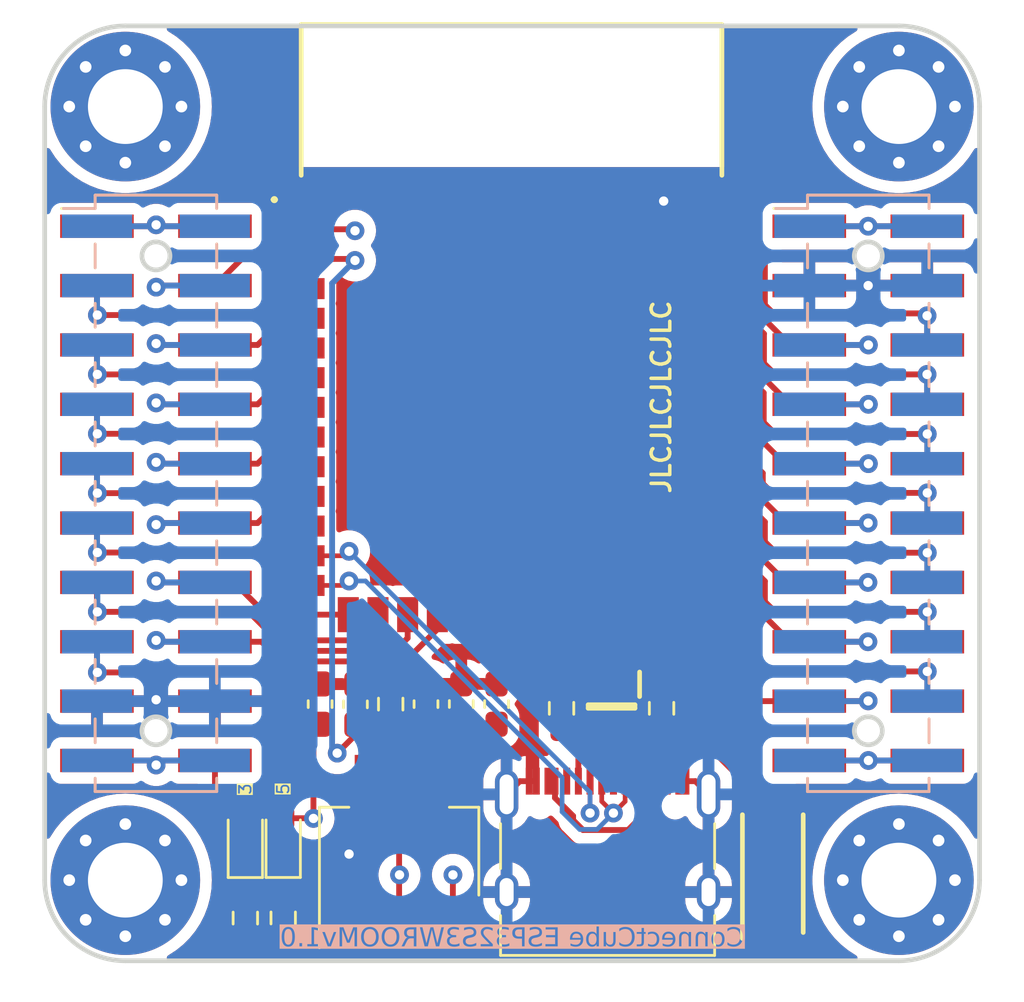
<source format=kicad_pcb>
(kicad_pcb (version 20221018) (generator pcbnew)
  (layers (0 "F.Cu" signal) (1 "In1.Cu" signal) (2 "In2.Cu" signal) (3 "In3.Cu" signal) (4 "In4.Cu" signal) (31 "B.Cu" signal) (34 "B.Paste" user) (35 "F.Paste" user) (36 "B.SilkS" user "B.Silkscreen") (37 "F.SilkS" user "F.Silkscreen") (38 "B.Mask" user) (39 "F.Mask" user) (44 "Edge.Cuts" user))
  (net 0 "")
  (net 11 "Net-(J1-CC2)")
  (net 12 "Net-(J1-CC1)")
  (net 13 "Net-(D3-K)")
  (net 14 "Net-(D2-K)")
  (net 15 "GND")
  (net 16 "/VBUS")
  (net 17 "/TXD0")
  (net 18 "/RXD0")
  (net 19 "/IO9")
  (net 20 "/IO8")
  (net 21 "/IO7")
  (net 22 "/IO6")
  (net 23 "/IO5")
  (net 24 "/IO48")
  (net 25 "/IO46")
  (net 26 "/IO45")
  (net 27 "/IO42")
  (net 28 "/IO41")
  (net 29 "/IO40")
  (net 30 "/IO4")
  (net 31 "/IO39")
  (net 32 "/IO38")
  (net 33 "/IO37")
  (net 34 "/IO36")
  (net 35 "/IO35")
  (net 36 "/IO3")
  (net 37 "/IO2")
  (net 38 "/IO18")
  (net 39 "/IO17")
  (net 40 "/IO16")
  (net 41 "/IO15")
  (net 42 "/IO10")
  (net 43 "/IO1")
  (net 44 "/IO0")
  (net 45 "/EN")
  (net 46 "/D_-")
  (net 47 "/D_+")
  (net 48 "+5V")
  (net 49 "+3V3")
  (footprint "Capacitor_SMD:C_0603_1608Metric_Pad1.08x0.95mm_HandSolder" (layer "F.Cu") (at 136.43 106.8675 90)
    (fp_text reference "C4" hide)
    (fp_text value "22uF")
  )
  (footprint "Resistor_SMD:R_0603_1608Metric_Pad0.98x0.95mm_HandSolder" (layer "F.Cu") (at 151.04 107.0475 90)
    (fp_text reference "R2" hide)
    (fp_text value "5.1k")
  )
  (footprint "SamacSys_Parts:U262-16XN-4BVC11" (layer "F.Cu") (at 148.73 113.835)
    (fp_text reference "J1" hide)
    (fp_text value "U262-161N-4BVC11")
  )
  (footprint "Connector_PinHeader_2.54mm:PinHeader_2x10_P2.54mm_Vertical_SMD" (layer "F.Cu") (at 159.885 97.85)
    (fp_text reference "J5" hide)
    (fp_text value "FSM-42074-10")
  )
  (footprint "SamacSys_Parts:SOT65P210X110-6N" (layer "F.Cu") (at 148.9 106.97 -90)
    (fp_text reference "IC2" hide)
    (fp_text value "SMF05CT1G" hide)
  )
  (footprint "Package_TO_SOT_SMD:SOT-223-3_TabPin2" (layer "F.Cu") (at 139.81 113.19 90)
    (fp_text reference "U1" hide)
    (fp_text value "AMS1117-3.3")
  )
  (footprint "SamacSys_Parts:DIOM5026X262N" (layer "F.Cu") (at 155.8 114.12 90)
    (fp_text reference "D1" hide)
    (fp_text value "SS54" hide)
  )
  (footprint "MountingHole:MountingHole_3.2mm_M3_Pad_Via" (layer "F.Cu") (at 161.195 114.4)
    (fp_text reference "H2" hide)
    (fp_text value "MountingHole")
  )
  (footprint "Capacitor_SMD:C_0603_1608Metric_Pad1.08x0.95mm_HandSolder" (layer "F.Cu") (at 142.47 106.8625 90)
    (fp_text reference "C3" hide)
    (fp_text value "0.1uF")
  )
  (footprint "MountingHole:MountingHole_3.2mm_M3_Pad_Via" (layer "F.Cu") (at 128.095 114.4)
    (fp_text reference "H4" hide)
    (fp_text value "MountingHole")
  )
  (footprint "MountingHole:MountingHole_3.2mm_M3_Pad_Via" (layer "F.Cu") (at 128.095 81.3)
    (fp_text reference "H3" hide)
    (fp_text value "MountingHole")
  )
  (footprint "LED_SMD:LED_0603_1608Metric_Pad1.05x0.95mm_HandSolder" (layer "F.Cu") (at 134.85 112.625 90)
    (fp_text reference "D3" hide)
    (fp_text value "LED")
  )
  (footprint "Resistor_SMD:R_0603_1608Metric_Pad0.98x0.95mm_HandSolder" (layer "F.Cu") (at 133.23 116.0225 -90)
    (fp_text reference "R4" hide)
    (fp_text value "1k")
  )
  (footprint "Resistor_SMD:R_0603_1608Metric_Pad0.98x0.95mm_HandSolder" (layer "F.Cu") (at 134.85 116.0175 -90)
    (fp_text reference "R5" hide)
    (fp_text value "1k")
  )
  (footprint "Capacitor_SMD:C_0603_1608Metric_Pad1.08x0.95mm_HandSolder" (layer "F.Cu") (at 140.96 106.8675 90)
    (fp_text reference "C2" hide)
    (fp_text value "10uF")
  )
  (footprint "MountingHole:MountingHole_3.2mm_M3_Pad_Via" (layer "F.Cu") (at 161.195 81.3)
    (fp_text reference "H1" hide)
    (fp_text value "MountingHole")
  )
  (footprint "Capacitor_SMD:C_0603_1608Metric_Pad1.08x0.95mm_HandSolder" (layer "F.Cu") (at 143.98 106.8675 90)
    (fp_text reference "C5" hide)
    (fp_text value "22uF")
  )
  (footprint "Resistor_SMD:R_0603_1608Metric_Pad0.98x0.95mm_HandSolder" (layer "F.Cu") (at 146.76 107.0475 90)
    (fp_text reference "R3" hide)
    (fp_text value "5.1k")
  )
  (footprint "LED_SMD:LED_0603_1608Metric_Pad1.05x0.95mm_HandSolder" (layer "F.Cu") (at 133.23 112.6275 90)
    (fp_text reference "D2" hide)
    (fp_text value "LED")
  )
  (footprint "Connector_PinHeader_2.54mm:PinHeader_2x10_P2.54mm_Vertical_SMD" (layer "F.Cu") (at 129.405 97.85)
    (fp_text reference "J3" hide)
    (fp_text value "FSM-42074-10")
  )
  (footprint "SamacSys_Parts:ESP32S3WROOM1N8R8" (layer "F.Cu") (at 144.62 90.54)
    (fp_text reference "IC1" hide)
    (fp_text value "ESP32-S3-WROOM-1-N8R8" hide)
  )
  (footprint "Capacitor_SMD:C_0603_1608Metric_Pad1.08x0.95mm_HandSolder" (layer "F.Cu") (at 137.94 106.8775 90)
    (fp_text reference "C1" hide)
    (fp_text value "1uF")
  )
  (footprint "Resistor_SMD:R_0603_1608Metric_Pad0.98x0.95mm_HandSolder" (layer "F.Cu") (at 139.45 106.8675 90)
    (fp_text reference "R1" hide)
    (fp_text value "10k")
  )
  (footprint "Connector_PinSocket_2.54mm:PinSocket_2x10_P2.54mm_Vertical_SMD" (layer "B.Cu") (at 159.885 97.85 180)
    (fp_text reference "J4" hide)
    (fp_text value "FSM-42074-10B")
  )
  (footprint "Connector_PinSocket_2.54mm:PinSocket_2x10_P2.54mm_Vertical_SMD" (layer "B.Cu") (at 129.405 97.85 180)
    (fp_text reference "J2" hide)
    (fp_text value "FSM-42074-10B")
  )
  (gr_arc (start 161.195 77.85) (mid 163.634518 78.860482) (end 164.645 81.3) (stroke (width 0.2)) (layer "Edge.Cuts"))
  (gr_arc (start 128.095 117.85) (mid 125.655482 116.839518) (end 124.645 114.4) (stroke (width 0.2)) (layer "Edge.Cuts"))
  (gr_circle (center 159.885 87.69) (end 160.485 87.69) (stroke (width 0.2)) (fill none) (layer "Edge.Cuts"))
  (gr_arc (start 124.645 81.3) (mid 125.655482 78.860482) (end 128.095 77.85) (stroke (width 0.2)) (layer "Edge.Cuts"))
  (gr_line (start 124.645 114.4) (end 124.645 81.3) (stroke (width 0.2)) (layer "Edge.Cuts"))
  (gr_circle (center 129.405 87.69) (end 130.005 87.69) (stroke (width 0.2)) (fill none) (layer "Edge.Cuts"))
  (gr_line (start 164.645 81.3) (end 164.645 114.4) (stroke (width 0.2)) (layer "Edge.Cuts"))
  (gr_arc (start 164.645 114.4) (mid 163.634518 116.839518) (end 161.195 117.85) (stroke (width 0.2)) (layer "Edge.Cuts"))
  (gr_circle (center 129.405 108.01) (end 130.005 108.01) (stroke (width 0.2)) (fill none) (layer "Edge.Cuts"))
  (gr_circle (center 159.885 108.01) (end 160.485 108.01) (stroke (width 0.2)) (fill none) (layer "Edge.Cuts"))
  (gr_line (start 161.195 117.85) (end 128.095 117.85) (stroke (width 0.2)) (layer "Edge.Cuts"))
  (gr_line (start 128.095 77.85) (end 161.195 77.85) (stroke (width 0.2)) (layer "Edge.Cuts"))
  (gr_text "ConnectCube ESP32S3WROOMv1.0" (at 144.645 116.9) (layer "B.SilkS" knockout) (effects (font (size 0.8 0.8)) (justify mirror)))
  (gr_text "JLCJLCJLCJLC" (at 151.0284 93.726 90) (layer "F.SilkS") (effects (font (size 0.8 0.8))))
  (gr_text "3" (at 133.23 110.5 90) (layer "F.SilkS" knockout) (effects (font (size 0.5 0.5) (thickness 0.075) bold)))
  (gr_text "5" (at 134.85 110.5 90) (layer "F.SilkS" knockout) (effects (font (size 0.5 0.5) (thickness 0.075) bold)))
  (segment (start 151.04 107.96) (end 150.48 108.52) (width 0.25) (layer "F.Cu") (net 11))
  (segment (start 150.48 108.52) (end 150.48 110.165) (width 0.25) (layer "F.Cu") (net 11))
  (segment (start 147.48 110.165) (end 147.48 108.68) (width 0.25) (layer "F.Cu") (net 12))
  (segment (start 147.48 108.68) (end 146.76 107.96) (width 0.25) (layer "F.Cu") (net 12))
  (segment (start 134.85 113.5) (end 134.85 115.105) (width 0.25) (layer "F.Cu") (net 13))
  (segment (start 133.23 113.5025) (end 133.23 115.11) (width 0.25) (layer "F.Cu") (net 14))
  (segment (start 145.68 110.165) (end 145.68 109.612) (width 0.25) (layer "F.Cu") (net 15))
  (segment (start 162.41 88.96) (end 159.88 88.96) (width 0.25) (layer "F.Cu") (net 15))
  (segment (start 145.68 110.165) (end 144.975 110.165) (width 0.25) (layer "F.Cu") (net 15))
  (segment (start 150.13 104.72) (end 148.9 104.72) (width 0.25) (layer "F.Cu") (net 15))
  (segment (start 131.93 106.74) (end 129.473 106.74) (width 0.25) (layer "F.Cu") (net 15))
  (segment (start 136.44 106.015) (end 136.43 106.005) (width 0.25) (layer "F.Cu") (net 15))
  (segment (start 152.485 110.165) (end 153.05 110.73) (width 0.25) (layer "F.Cu") (net 15))
  (segment (start 151.04 105.63) (end 150.13 104.72) (width 0.25) (layer "F.Cu") (net 15))
  (segment (start 137.94 106.015) (end 136.44 106.015) (width 0.25) (layer "F.Cu") (net 15))
  (segment (start 145.68 109.612) (end 145.542 109.474) (width 0.25) (layer "F.Cu") (net 15))
  (segment (start 145.38 108.804) (end 145.68 109.104) (width 0.25) (layer "F.Cu") (net 15))
  (segment (start 144.41 114.91) (end 153.05 114.91) (width 0.25) (layer "F.Cu") (net 15))
  (segment (start 152.08 110.165) (end 152.485 110.165) (width 0.25) (layer "F.Cu") (net 15))
  (segment (start 144.41 114.91) (end 144.41 110.73) (width 0.25) (layer "F.Cu") (net 15))
  (segment (start 145.38 110.165) (end 145.38 108.804) (width 0.25) (layer "F.Cu") (net 15))
  (segment (start 153.37 85.28) (end 151.194 85.28) (width 0.25) (layer "F.Cu") (net 15))
  (segment (start 148.9 106.02) (end 148.9 104.72) (width 0.25) (layer "F.Cu") (net 15))
  (segment (start 151.04 106.135) (end 151.04 105.63) (width 0.25) (layer "F.Cu") (net 15))
  (segment (start 144.975 110.165) (end 144.41 110.73) (width 0.25) (layer "F.Cu") (net 15))
  (segment (start 129.473 106.74) (end 129.413 106.68) (width 0.25) (layer "F.Cu") (net 15))
  (segment (start 153.05 110.73) (end 153.05 114.91) (width 0.25) (layer "F.Cu") (net 15))
  (segment (start 145.542 109.474) (end 145.542 109.22) (width 0.25) (layer "F.Cu") (net 15))
  (segment (start 151.194 85.28) (end 151.13 85.344) (width 0.25) (layer "F.Cu") (net 15))
  (segment (start 145.68 109.104) (end 145.68 110.165) (width 0.25) (layer "F.Cu") (net 15))
  (segment (start 157.36 88.96) (end 159.88 88.96) (width 0.25) (layer "F.Cu") (net 15))
  (via (at 129.413 106.68) (size 0.8) (drill 0.4) (layers "F.Cu" "B.Cu") (net 15))
  (via (at 151.13 85.344) (size 0.8) (drill 0.4) (layers "F.Cu" "B.Cu") (net 15))
  (via (at 137.668 113.284) (size 0.8) (drill 0.4) (layers "F.Cu" "B.Cu") (net 15))
  (via (at 159.88 88.96) (size 0.8) (drill 0.4) (layers "F.Cu" "B.Cu") (net 15))
  (segment (start 152.47 108.1) (end 155.8 111.43) (width 0.25) (layer "F.Cu") (net 16))
  (segment (start 148.335 107.06) (end 151.43 107.06) (width 0.25) (layer "F.Cu") (net 16))
  (segment (start 147.679695 112.255) (end 149.605051 112.255) (width 0.25) (layer "F.Cu") (net 16))
  (segment (start 148.25 107.145) (end 148.335 107.06) (width 0.25) (layer "F.Cu") (net 16))
  (segment (start 155.8 111.43) (end 155.8 112.07) (width 0.25) (layer "F.Cu") (net 16))
  (segment (start 150.98 110.880051) (end 150.98 110.165) (width 0.25) (layer "F.Cu") (net 16))
  (segment (start 147.255 111.655051) (end 147.255 111.830305) (width 0.25) (layer "F.Cu") (net 16))
  (segment (start 151.28 110.165) (end 151.28 109.29) (width 0.25) (layer "F.Cu") (net 16))
  (segment (start 149.605051 112.255) (end 150.98 110.880051) (width 0.25) (layer "F.Cu") (net 16))
  (segment (start 147.255 111.830305) (end 147.679695 112.255) (width 0.25) (layer "F.Cu") (net 16))
  (segment (start 146.48 110.880051) (end 147.255 111.655051) (width 0.25) (layer "F.Cu") (net 16))
  (segment (start 151.28 109.29) (end 152.47 108.1) (width 0.25) (layer "F.Cu") (net 16))
  (segment (start 146.48 110.165) (end 146.48 110.880051) (width 0.25) (layer "F.Cu") (net 16))
  (segment (start 151.43 107.06) (end 152.47 108.1) (width 0.25) (layer "F.Cu") (net 16))
  (segment (start 148.25 107.92) (end 148.25 107.145) (width 0.25) (layer "F.Cu") (net 16))
  (segment (start 155.42 91.02) (end 155.42 92.285) (width 0.25) (layer "F.Cu") (net 17))
  (segment (start 154.56 90.19) (end 154.59 90.19) (width 0.25) (layer "F.Cu") (net 17))
  (segment (start 154.59 90.19) (end 155.42 91.02) (width 0.25) (layer "F.Cu") (net 17))
  (segment (start 155.42 92.285) (end 155.895 92.76) (width 0.25) (layer "F.Cu") (net 17))
  (segment (start 154.56 89.28) (end 154.56 90.19) (width 0.25) (layer "F.Cu") (net 17))
  (segment (start 162.41 92.77) (end 162.4 92.76) (width 0.25) (layer "F.Cu") (net 17))
  (segment (start 153.37 89.09) (end 154.37 89.09) (width 0.25) (layer "F.Cu") (net 17))
  (segment (start 154.37 89.09) (end 154.56 89.28) (width 0.25) (layer "F.Cu") (net 17))
  (segment (start 162.41 94.04) (end 162.41 92.77) (width 0.25) (layer "F.Cu") (net 17))
  (segment (start 155.895 92.76) (end 162.4 92.76) (width 0.25) (layer "F.Cu") (net 17))
  (via (at 162.4 92.76) (size 0.8) (drill 0.4) (layers "F.Cu" "B.Cu") (net 17))
  (segment (start 162.4 92.76) (end 162.4 94.035) (width 0.25) (layer "B.Cu") (net 17))
  (segment (start 162.4 94.035) (end 162.405 94.04) (width 0.25) (layer "B.Cu") (net 17))
  (segment (start 153.37 90.36) (end 153.95 90.36) (width 0.25) (layer "F.Cu") (net 18))
  (segment (start 153.95 90.36) (end 154.97 91.38) (width 0.25) (layer "F.Cu") (net 18))
  (segment (start 156.538604 94.04) (end 157.36 94.04) (width 0.25) (layer "F.Cu") (net 18))
  (segment (start 154.97 91.38) (end 154.97 92.471396) (width 0.25) (layer "F.Cu") (net 18))
  (segment (start 157.36 94.04) (end 159.89 94.04) (width 0.25) (layer "F.Cu") (net 18))
  (segment (start 154.97 92.471396) (end 156.538604 94.04) (width 0.25) (layer "F.Cu") (net 18))
  (via (at 159.89 94.04) (size 0.8) (drill 0.4) (layers "F.Cu" "B.Cu") (net 18))
  (segment (start 159.89 94.04) (end 157.365 94.04) (width 0.25) (layer "B.Cu") (net 18))
  (segment (start 133.9252 104.2) (end 134.3152 104.59) (width 0.25) (layer "F.Cu") (net 19))
  (segment (start 131.93 104.2) (end 133.9252 104.2) (width 0.25) (layer "F.Cu") (net 19))
  (segment (start 139.625 104.59) (end 140.175 104.04) (width 0.25) (layer "F.Cu") (net 19))
  (segment (start 129.473 104.2) (end 129.413 104.14) (width 0.25) (layer "F.Cu") (net 19))
  (segment (start 140.175 104.04) (end 140.175 103.04) (width 0.25) (layer "F.Cu") (net 19))
  (segment (start 131.93 104.2) (end 129.473 104.2) (width 0.25) (layer "F.Cu") (net 19))
  (segment (start 134.3152 104.59) (end 139.625 104.59) (width 0.25) (layer "F.Cu") (net 19))
  (via (at 129.413 104.14) (size 0.8) (drill 0.4) (layers "F.Cu" "B.Cu") (net 19))
  (segment (start 129.473 104.2) (end 131.925 104.2) (width 0.25) (layer "B.Cu") (net 19))
  (segment (start 129.413 104.14) (end 129.473 104.2) (width 0.25) (layer "B.Cu") (net 19))
  (segment (start 126.88 100.3624) (end 126.8984 100.3808) (width 0.25) (layer "F.Cu") (net 20))
  (segment (start 134.87 99.25) (end 135.87 99.25) (width 0.25) (layer "F.Cu") (net 20))
  (segment (start 133.7392 100.3808) (end 134.87 99.25) (width 0.25) (layer "F.Cu") (net 20))
  (segment (start 126.8984 100.3808) (end 133.7392 100.3808) (width 0.25) (layer "F.Cu") (net 20))
  (segment (start 126.88 99.12) (end 126.88 100.3624) (width 0.25) (layer "F.Cu") (net 20))
  (via (at 126.8984 100.3808) (size 0.8) (drill 0.4) (layers "F.Cu" "B.Cu") (net 20))
  (segment (start 126.885 99.12) (end 126.885 100.3674) (width 0.25) (layer "B.Cu") (net 20))
  (segment (start 126.885 100.3674) (end 126.8984 100.3808) (width 0.25) (layer "B.Cu") (net 20))
  (segment (start 131.93 94.04) (end 133.755 94.04) (width 0.25) (layer "F.Cu") (net 21))
  (segment (start 129.473 94.04) (end 129.413 93.98) (width 0.25) (layer "F.Cu") (net 21))
  (segment (start 131.93 94.04) (end 129.473 94.04) (width 0.25) (layer "F.Cu") (net 21))
  (segment (start 134.895 92.9) (end 135.87 92.9) (width 0.25) (layer "F.Cu") (net 21))
  (segment (start 133.755 94.04) (end 134.895 92.9) (width 0.25) (layer "F.Cu") (net 21))
  (via (at 129.413 93.98) (size 0.8) (drill 0.4) (layers "F.Cu" "B.Cu") (net 21))
  (segment (start 129.413 93.98) (end 129.473 94.04) (width 0.25) (layer "B.Cu") (net 21))
  (segment (start 129.473 94.04) (end 131.925 94.04) (width 0.25) (layer "B.Cu") (net 21))
  (segment (start 126.88 92.7424) (end 126.8984 92.7608) (width 0.25) (layer "F.Cu") (net 22))
  (segment (start 126.88 91.5) (end 126.88 92.7424) (width 0.25) (layer "F.Cu") (net 22))
  (segment (start 126.8984 92.7608) (end 133.7392 92.7608) (width 0.25) (layer "F.Cu") (net 22))
  (segment (start 133.7392 92.7608) (end 134.87 91.63) (width 0.25) (layer "F.Cu") (net 22))
  (segment (start 134.87 91.63) (end 135.87 91.63) (width 0.25) (layer "F.Cu") (net 22))
  (via (at 126.8984 92.7608) (size 0.8) (drill 0.4) (layers "F.Cu" "B.Cu") (net 22))
  (segment (start 126.885 92.7474) (end 126.8984 92.7608) (width 0.25) (layer "B.Cu") (net 22))
  (segment (start 126.885 91.5) (end 126.885 92.7474) (width 0.25) (layer "B.Cu") (net 22))
  (segment (start 133.755 91.5) (end 134.895 90.36) (width 0.25) (layer "F.Cu") (net 23))
  (segment (start 134.895 90.36) (end 135.87 90.36) (width 0.25) (layer "F.Cu") (net 23))
  (segment (start 129.473 91.5) (end 129.413 91.44) (width 0.25) (layer "F.Cu") (net 23))
  (segment (start 131.93 91.5) (end 129.473 91.5) (width 0.25) (layer "F.Cu") (net 23))
  (segment (start 131.93 91.5) (end 133.755 91.5) (width 0.25) (layer "F.Cu") (net 23))
  (via (at 129.413 91.44) (size 0.8) (drill 0.4) (layers "F.Cu" "B.Cu") (net 23))
  (segment (start 129.473 91.5) (end 131.925 91.5) (width 0.25) (layer "B.Cu") (net 23))
  (segment (start 129.413 91.44) (end 129.473 91.5) (width 0.25) (layer "B.Cu") (net 23))
  (segment (start 159.87 106.74) (end 159.88 106.73) (width 0.25) (layer "F.Cu") (net 24))
  (segment (start 153.455 106.74) (end 150.335 103.62) (width 0.25) (layer "F.Cu") (net 24))
  (segment (start 157.36 106.74) (end 153.455 106.74) (width 0.25) (layer "F.Cu") (net 24))
  (segment (start 150.335 103.62) (end 150.335 103.04) (width 0.25) (layer "F.Cu") (net 24))
  (segment (start 157.36 106.74) (end 159.87 106.74) (width 0.25) (layer "F.Cu") (net 24))
  (via (at 159.88 106.73) (size 0.8) (drill 0.4) (layers "F.Cu" "B.Cu") (net 24))
  (segment (start 159.87 106.74) (end 159.88 106.73) (width 0.25) (layer "B.Cu") (net 24))
  (segment (start 157.365 106.74) (end 159.87 106.74) (width 0.25) (layer "B.Cu") (net 24))
  (segment (start 138.905 103.8682) (end 138.6332 104.14) (width 0.25) (layer "F.Cu") (net 25))
  (segment (start 126.88 102.9024) (end 126.8984 102.9208) (width 0.25) (layer "F.Cu") (net 25))
  (segment (start 126.88 101.66) (end 126.88 102.9024) (width 0.25) (layer "F.Cu") (net 25))
  (segment (start 134.595 104.14) (end 133.3758 102.9208) (width 0.25) (layer "F.Cu") (net 25))
  (segment (start 138.905 103.04) (end 138.905 103.8682) (width 0.25) (layer "F.Cu") (net 25))
  (segment (start 138.6332 104.14) (end 134.595 104.14) (width 0.25) (layer "F.Cu") (net 25))
  (segment (start 133.3758 102.9208) (end 126.8984 102.9208) (width 0.25) (layer "F.Cu") (net 25))
  (via (at 126.8984 102.9208) (size 0.8) (drill 0.4) (layers "F.Cu" "B.Cu") (net 25))
  (segment (start 126.8984 102.9208) (end 126.8984 101.6734) (width 0.25) (layer "B.Cu") (net 25))
  (segment (start 126.8984 101.6734) (end 126.885 101.66) (width 0.25) (layer "B.Cu") (net 25))
  (segment (start 151.605 103.04) (end 154.035 105.47) (width 0.25) (layer "F.Cu") (net 26))
  (segment (start 162.41 106.74) (end 162.41 105.47) (width 0.25) (layer "F.Cu") (net 26))
  (segment (start 154.035 105.47) (end 162.41 105.47) (width 0.25) (layer "F.Cu") (net 26))
  (via (at 162.41 105.47) (size 0.8) (drill 0.4) (layers "F.Cu" "B.Cu") (net 26))
  (segment (start 162.41 106.735) (end 162.405 106.74) (width 0.25) (layer "B.Cu") (net 26))
  (segment (start 162.41 105.47) (end 162.41 106.735) (width 0.25) (layer "B.Cu") (net 26))
  (segment (start 154.445 92.582792) (end 155.41 93.547792) (width 0.25) (layer "F.Cu") (net 27))
  (segment (start 155.905 95.31) (end 162.41 95.31) (width 0.25) (layer "F.Cu") (net 27))
  (segment (start 155.41 93.547792) (end 155.41 94.815) (width 0.25) (layer "F.Cu") (net 27))
  (segment (start 162.41 96.58) (end 162.41 95.31) (width 0.25) (layer "F.Cu") (net 27))
  (segment (start 155.41 94.815) (end 155.905 95.31) (width 0.25) (layer "F.Cu") (net 27))
  (segment (start 153.37 91.63) (end 154.055 91.63) (width 0.25) (layer "F.Cu") (net 27))
  (segment (start 154.445 92.02) (end 154.445 92.582792) (width 0.25) (layer "F.Cu") (net 27))
  (segment (start 154.055 91.63) (end 154.445 92.02) (width 0.25) (layer "F.Cu") (net 27))
  (via (at 162.41 95.31) (size 0.8) (drill 0.4) (layers "F.Cu" "B.Cu") (net 27))
  (segment (start 162.41 96.575) (end 162.405 96.58) (width 0.25) (layer "B.Cu") (net 27))
  (segment (start 162.41 95.31) (end 162.41 96.575) (width 0.25) (layer "B.Cu") (net 27))
  (segment (start 157.36 96.58) (end 159.89 96.58) (width 0.25) (layer "F.Cu") (net 28))
  (segment (start 156.31 96.58) (end 157.36 96.58) (width 0.25) (layer "F.Cu") (net 28))
  (segment (start 153.95 92.9) (end 154.96 93.91) (width 0.25) (layer "F.Cu") (net 28))
  (segment (start 154.96 95.23) (end 156.31 96.58) (width 0.25) (layer "F.Cu") (net 28))
  (segment (start 153.37 92.9) (end 153.95 92.9) (width 0.25) (layer "F.Cu") (net 28))
  (segment (start 154.96 93.91) (end 154.96 95.23) (width 0.25) (layer "F.Cu") (net 28))
  (via (at 159.89 96.58) (size 0.8) (drill 0.4) (layers "F.Cu" "B.Cu") (net 28))
  (segment (start 159.89 96.58) (end 157.365 96.58) (width 0.25) (layer "B.Cu") (net 28))
  (segment (start 126.88 90.2024) (end 126.8984 90.2208) (width 0.25) (layer "F.Cu") (net 30))
  (segment (start 134.87 89.09) (end 135.87 89.09) (width 0.25) (layer "F.Cu") (net 30))
  (segment (start 126.8984 90.2208) (end 133.7392 90.2208) (width 0.25) (layer "F.Cu") (net 30))
  (segment (start 133.7392 90.2208) (end 134.87 89.09) (width 0.25) (layer "F.Cu") (net 30))
  (segment (start 126.88 88.96) (end 126.88 90.2024) (width 0.25) (layer "F.Cu") (net 30))
  (via (at 126.8984 90.2208) (size 0.8) (drill 0.4) (layers "F.Cu" "B.Cu") (net 30))
  (segment (start 126.885 88.96) (end 126.885 90.2074) (width 0.25) (layer "B.Cu") (net 30))
  (segment (start 126.885 90.2074) (end 126.8984 90.2208) (width 0.25) (layer "B.Cu") (net 30))
  (segment (start 155.77 97.83) (end 162.41 97.83) (width 0.25) (layer "F.Cu") (net 31))
  (segment (start 153.825 95.44) (end 155.37 96.985) (width 0.25) (layer "F.Cu") (net 31))
  (segment (start 162.41 99.12) (end 162.41 97.83) (width 0.25) (layer "F.Cu") (net 31))
  (segment (start 155.37 97.43) (end 155.77 97.83) (width 0.25) (layer "F.Cu") (net 31))
  (segment (start 153.37 95.44) (end 153.825 95.44) (width 0.25) (layer "F.Cu") (net 31))
  (segment (start 155.37 96.985) (end 155.37 97.43) (width 0.25) (layer "F.Cu") (net 31))
  (via (at 162.41 97.83) (size 0.8) (drill 0.4) (layers "F.Cu" "B.Cu") (net 31))
  (segment (start 162.41 99.115) (end 162.405 99.12) (width 0.25) (layer "B.Cu") (net 31))
  (segment (start 162.41 97.83) (end 162.41 99.115) (width 0.25) (layer "B.Cu") (net 31))
  (segment (start 156.36 99.12) (end 157.36 99.12) (width 0.25) (layer "F.Cu") (net 32))
  (segment (start 153.95 96.71) (end 156.36 99.12) (width 0.25) (layer "F.Cu") (net 32))
  (segment (start 153.37 96.71) (end 153.95 96.71) (width 0.25) (layer "F.Cu") (net 32))
  (segment (start 157.36 99.12) (end 159.88 99.12) (width 0.25) (layer "F.Cu") (net 32))
  (via (at 159.88 99.12) (size 0.8) (drill 0.4) (layers "F.Cu" "B.Cu") (net 32))
  (segment (start 159.88 99.12) (end 157.365 99.12) (width 0.25) (layer "B.Cu") (net 32))
  (segment (start 154.37 97.98) (end 155.46 99.07) (width 0.25) (layer "F.Cu") (net 33))
  (segment (start 153.37 97.98) (end 154.37 97.98) (width 0.25) (layer "F.Cu") (net 33))
  (segment (start 162.41 101.66) (end 162.41 100.39) (width 0.25) (layer "F.Cu") (net 33))
  (segment (start 155.93 100.39) (end 162.41 100.39) (width 0.25) (layer "F.Cu") (net 33))
  (segment (start 155.46 99.92) (end 155.93 100.39) (width 0.25) (layer "F.Cu") (net 33))
  (segment (start 155.46 99.07) (end 155.46 99.92) (width 0.25) (layer "F.Cu") (net 33))
  (via (at 162.41 100.39) (size 0.8) (drill 0.4) (layers "F.Cu" "B.Cu") (net 33))
  (segment (start 162.41 100.39) (end 162.41 101.655) (width 0.25) (layer "B.Cu") (net 33))
  (segment (start 162.41 101.655) (end 162.405 101.66) (width 0.25) (layer "B.Cu") (net 33))
  (segment (start 157.36 101.66) (end 159.87 101.66) (width 0.25) (layer "F.Cu") (net 34))
  (segment (start 153.37 99.25) (end 153.95 99.25) (width 0.25) (layer "F.Cu") (net 34))
  (segment (start 153.95 99.25) (end 156.36 101.66) (width 0.25) (layer "F.Cu") (net 34))
  (segment (start 156.36 101.66) (end 157.36 101.66) (width 0.25) (layer "F.Cu") (net 34))
  (via (at 159.87 101.66) (size 0.8) (drill 0.4) (layers "F.Cu" "B.Cu") (net 34))
  (segment (start 157.365 101.66) (end 159.87 101.66) (width 0.25) (layer "B.Cu") (net 34))
  (segment (start 155.46 102.485) (end 155.895 102.92) (width 0.25) (layer "F.Cu") (net 35))
  (segment (start 153.37 100.52) (end 154.37 100.52) (width 0.25) (layer "F.Cu") (net 35))
  (segment (start 154.37 100.52) (end 155.46 101.61) (width 0.25) (layer "F.Cu") (net 35))
  (segment (start 162.41 104.2) (end 162.41 102.92) (width 0.25) (layer "F.Cu") (net 35))
  (segment (start 155.46 101.61) (end 155.46 102.485) (width 0.25) (layer "F.Cu") (net 35))
  (segment (start 155.895 102.92) (end 162.41 102.92) (width 0.25) (layer "F.Cu") (net 35))
  (via (at 162.41 102.92) (size 0.8) (drill 0.4) (layers "F.Cu" "B.Cu") (net 35))
  (segment (start 162.41 104.195) (end 162.405 104.2) (width 0.25) (layer "B.Cu") (net 35))
  (segment (start 162.41 102.92) (end 162.41 104.195) (width 0.25) (layer "B.Cu") (net 35))
  (segment (start 134.131396 103.04) (end 132.751396 101.66) (width 0.25) (layer "F.Cu") (net 36))
  (segment (start 137.635 103.04) (end 134.131396 103.04) (width 0.25) (layer "F.Cu") (net 36))
  (segment (start 129.473 101.66) (end 129.413 101.6) (width 0.25) (layer "F.Cu") (net 36))
  (segment (start 131.93 101.66) (end 129.473 101.66) (width 0.25) (layer "F.Cu") (net 36))
  (segment (start 132.751396 101.66) (end 131.93 101.66) (width 0.25) (layer "F.Cu") (net 36))
  (via (at 129.413 101.6) (size 0.8) (drill 0.4) (layers "F.Cu" "B.Cu") (net 36))
  (segment (start 129.473 101.66) (end 131.925 101.66) (width 0.25) (layer "B.Cu") (net 36))
  (segment (start 129.413 101.6) (end 129.473 101.66) (width 0.25) (layer "B.Cu") (net 36))
  (segment (start 156.538604 91.5) (end 157.36 91.5) (width 0.25) (layer "F.Cu") (net 37))
  (segment (start 154.37 87.82) (end 155.01 88.46) (width 0.25) (layer "F.Cu") (net 37))
  (segment (start 153.37 87.82) (end 154.37 87.82) (width 0.25) (layer "F.Cu") (net 37))
  (segment (start 155.01 88.46) (end 155.01 89.971396) (width 0.25) (layer "F.Cu") (net 37))
  (segment (start 155.01 89.971396) (end 156.538604 91.5) (width 0.25) (layer "F.Cu") (net 37))
  (segment (start 157.36 91.5) (end 159.89 91.5) (width 0.25) (layer "F.Cu") (net 37))
  (via (at 159.89 91.5) (size 0.8) (drill 0.4) (layers "F.Cu" "B.Cu") (net 37))
  (segment (start 159.89 91.5) (end 157.365 91.5) (width 0.25) (layer "B.Cu") (net 37))
  (segment (start 131.93 99.12) (end 133.755 99.12) (width 0.25) (layer "F.Cu") (net 38))
  (segment (start 134.895 97.98) (end 135.87 97.98) (width 0.25) (layer "F.Cu") (net 38))
  (segment (start 133.755 99.12) (end 134.895 97.98) (width 0.25) (layer "F.Cu") (net 38))
  (segment (start 131.93 99.12) (end 129.48 99.12) (width 0.25) (layer "F.Cu") (net 38))
  (segment (start 129.48 99.12) (end 129.413 99.187) (width 0.25) (layer "F.Cu") (net 38))
  (via (at 129.413 99.187) (size 0.8) (drill 0.4) (layers "F.Cu" "B.Cu") (net 38))
  (segment (start 129.48 99.12) (end 131.925 99.12) (width 0.25) (layer "B.Cu") (net 38))
  (segment (start 129.413 99.187) (end 129.48 99.12) (width 0.25) (layer "B.Cu") (net 38))
  (segment (start 126.8984 97.8408) (end 133.7392 97.8408) (width 0.25) (layer "F.Cu") (net 39))
  (segment (start 134.87 96.71) (end 135.87 96.71) (width 0.25) (layer "F.Cu") (net 39))
  (segment (start 126.88 97.8224) (end 126.8984 97.8408) (width 0.25) (layer "F.Cu") (net 39))
  (segment (start 133.7392 97.8408) (end 134.87 96.71) (width 0.25) (layer "F.Cu") (net 39))
  (segment (start 126.88 96.58) (end 126.88 97.8224) (width 0.25) (layer "F.Cu") (net 39))
  (via (at 126.8984 97.8408) (size 0.8) (drill 0.4) (layers "F.Cu" "B.Cu") (net 39))
  (segment (start 126.885 97.8274) (end 126.8984 97.8408) (width 0.25) (layer "B.Cu") (net 39))
  (segment (start 126.885 96.58) (end 126.885 97.8274) (width 0.25) (layer "B.Cu") (net 39))
  (segment (start 129.473 96.58) (end 129.413 96.52) (width 0.25) (layer "F.Cu") (net 40))
  (segment (start 131.93 96.58) (end 133.755 96.58) (width 0.25) (layer "F.Cu") (net 40))
  (segment (start 134.895 95.44) (end 135.87 95.44) (width 0.25) (layer "F.Cu") (net 40))
  (segment (start 133.755 96.58) (end 134.895 95.44) (width 0.25) (layer "F.Cu") (net 40))
  (segment (start 131.93 96.58) (end 129.473 96.58) (width 0.25) (layer "F.Cu") (net 40))
  (via (at 129.413 96.52) (size 0.8) (drill 0.4) (layers "F.Cu" "B.Cu") (net 40))
  (segment (start 129.413 96.52) (end 129.473 96.58) (width 0.25) (layer "B.Cu") (net 40))
  (segment (start 129.473 96.58) (end 131.925 96.58) (width 0.25) (layer "B.Cu") (net 40))
  (segment (start 126.88 94.04) (end 126.88 95.2824) (width 0.25) (layer "F.Cu") (net 41))
  (segment (start 126.8984 95.3008) (end 133.7392 95.3008) (width 0.25) (layer "F.Cu") (net 41))
  (segment (start 126.88 95.2824) (end 126.8984 95.3008) (width 0.25) (layer "F.Cu") (net 41))
  (segment (start 134.87 94.17) (end 135.87 94.17) (width 0.25) (layer "F.Cu") (net 41))
  (segment (start 133.7392 95.3008) (end 134.87 94.17) (width 0.25) (layer "F.Cu") (net 41))
  (via (at 126.8984 95.3008) (size 0.8) (drill 0.4) (layers "F.Cu" "B.Cu") (net 41))
  (segment (start 126.885 95.2874) (end 126.8984 95.3008) (width 0.25) (layer "B.Cu") (net 41))
  (segment (start 126.885 94.04) (end 126.885 95.2874) (width 0.25) (layer "B.Cu") (net 41))
  (segment (start 133.604 105.5116) (end 126.8984 105.5116) (width 0.25) (layer "F.Cu") (net 42))
  (segment (start 126.88 104.2) (end 126.88 105.4932) (width 0.25) (layer "F.Cu") (net 42))
  (segment (start 141.445 103.04) (end 141.445 103.665) (width 0.25) (layer "F.Cu") (net 42))
  (segment (start 126.88 105.4932) (end 126.8984 105.5116) (width 0.25) (layer "F.Cu") (net 42))
  (segment (start 134.0756 105.04) (end 133.604 105.5116) (width 0.25) (layer "F.Cu") (net 42))
  (segment (start 140.07 105.04) (end 134.0756 105.04) (width 0.25) (layer "F.Cu") (net 42))
  (segment (start 141.445 103.665) (end 140.07 105.04) (width 0.25) (layer "F.Cu") (net 42))
  (via (at 126.8984 105.5116) (size 0.8) (drill 0.4) (layers "F.Cu" "B.Cu") (net 42))
  (segment (start 126.885 105.4982) (end 126.8984 105.5116) (width 0.25) (layer "B.Cu") (net 42))
  (segment (start 126.885 104.2) (end 126.885 105.4982) (width 0.25) (layer "B.Cu") (net 42))
  (segment (start 162.41 91.5) (end 162.41 90.26) (width 0.25) (layer "F.Cu") (net 43))
  (segment (start 154.37 86.55) (end 153.37 86.55) (width 0.25) (layer "F.Cu") (net 43))
  (segment (start 162.4 90.25) (end 162.3 90.15) (width 0.25) (layer "F.Cu") (net 43))
  (segment (start 155.46 87.64) (end 154.37 86.55) (width 0.25) (layer "F.Cu") (net 43))
  (segment (start 162.41 90.26) (end 162.4 90.25) (width 0.25) (layer "F.Cu") (net 43))
  (segment (start 162.3 90.15) (end 155.825 90.15) (width 0.25) (layer "F.Cu") (net 43))
  (segment (start 155.46 89.785) (end 155.46 87.64) (width 0.25) (layer "F.Cu") (net 43))
  (segment (start 155.825 90.15) (end 155.46 89.785) (width 0.25) (layer "F.Cu") (net 43))
  (via (at 162.4 90.25) (size 0.8) (drill 0.4) (layers "F.Cu" "B.Cu") (net 43))
  (segment (start 162.4 91.495) (end 162.405 91.5) (width 0.25) (layer "B.Cu") (net 43))
  (segment (start 162.4 90.25) (end 162.4 91.495) (width 0.25) (layer "B.Cu") (net 43))
  (segment (start 157.36 104.2) (end 159.87 104.2) (width 0.25) (layer "F.Cu") (net 44))
  (segment (start 153.37 101.79) (end 154.128604 101.79) (width 0.25) (layer "F.Cu") (net 44))
  (segment (start 156.538604 104.2) (end 157.36 104.2) (width 0.25) (layer "F.Cu") (net 44))
  (segment (start 154.128604 101.79) (end 156.538604 104.2) (width 0.25) (layer "F.Cu") (net 44))
  (via (at 159.87 104.2) (size 0.8) (drill 0.4) (layers "F.Cu" "B.Cu") (net 44))
  (segment (start 157.365 104.2) (end 159.87 104.2) (width 0.25) (layer "B.Cu") (net 44))
  (segment (start 137.94 107.74) (end 138.207005 107.74) (width 0.25) (layer "F.Cu") (net 45))
  (segment (start 137.858 87.82) (end 137.922 87.884) (width 0.25) (layer "F.Cu") (net 45))
  (segment (start 137.94 107.74) (end 137.94 108.186) (width 0.25) (layer "F.Cu") (net 45))
  (segment (start 129.48 88.96) (end 129.413 89.027) (width 0.25) (layer "F.Cu") (net 45))
  (segment (start 135.87 87.82) (end 133.07 87.82) (width 0.25) (layer "F.Cu") (net 45))
  (segment (start 137.94 108.186) (end 137.16 108.966) (width 0.25) (layer "F.Cu") (net 45))
  (segment (start 139.45 106.497005) (end 139.45 105.955) (width 0.25) (layer "F.Cu") (net 45))
  (segment (start 133.07 87.82) (end 131.93 88.96) (width 0.25) (layer "F.Cu") (net 45))
  (segment (start 138.207005 107.74) (end 139.45 106.497005) (width 0.25) (layer "F.Cu") (net 45))
  (segment (start 135.87 87.82) (end 137.858 87.82) (width 0.25) (layer "F.Cu") (net 45))
  (segment (start 131.93 88.96) (end 129.48 88.96) (width 0.25) (layer "F.Cu") (net 45))
  (via (at 137.922 87.884) (size 0.8) (drill 0.4) (layers "F.Cu" "B.Cu") (net 45))
  (via (at 137.16 108.966) (size 0.8) (drill 0.4) (layers "F.Cu" "B.Cu") (net 45))
  (via (at 129.413 89.027) (size 0.8) (drill 0.4) (layers "F.Cu" "B.Cu") (net 45))
  (segment (start 136.943 88.863) (end 136.943 108.749) (width 0.25) (layer "B.Cu") (net 45))
  (segment (start 136.943 108.749) (end 137.16 108.966) (width 0.25) (layer "B.Cu") (net 45))
  (segment (start 137.922 87.884) (end 136.943 88.863) (width 0.25) (layer "B.Cu") (net 45))
  (segment (start 129.413 89.027) (end 129.48 88.96) (width 0.25) (layer "B.Cu") (net 45))
  (segment (start 129.48 88.96) (end 131.925 88.96) (width 0.25) (layer "B.Cu") (net 45))
  (segment (start 147.98 110.165) (end 147.98 111.53) (width 0.2) (layer "F.Cu") (net 46))
  (segment (start 148.98 108.95) (end 148.98 108) (width 0.2) (layer "F.Cu") (net 46))
  (segment (start 148.37 108.95) (end 148.98 108.95) (width 0.2) (layer "F.Cu") (net 46))
  (segment (start 147.98 109.34) (end 148.37 108.95) (width 0.2) (layer "F.Cu") (net 46))
  (segment (start 137.478 100.52) (end 137.668 100.33) (width 0.2) (layer "F.Cu") (net 46))
  (segment (start 147.98 110.165) (end 147.98 109.34) (width 0.2) (layer "F.Cu") (net 46))
  (segment (start 148.98 108) (end 148.9 107.92) (width 0.2) (layer "F.Cu") (net 46))
  (segment (start 148.98 110.165) (end 148.98 108.95) (width 0.2) (layer "F.Cu") (net 46))
  (segment (start 135.87 100.52) (end 137.478 100.52) (width 0.2) (layer "F.Cu") (net 46))
  (via (at 137.668 100.33) (size 0.8) (drill 0.4) (layers "F.Cu" "B.Cu") (net 46))
  (via (at 147.98 111.53) (size 0.8) (drill 0.4) (layers "F.Cu" "B.Cu") (net 46))
  (segment (start 147.98 110.642) (end 147.98 111.53) (width 0.2) (layer "B.Cu") (net 46))
  (segment (start 137.668 100.33) (end 147.98 110.642) (width 0.2) (layer "B.Cu") (net 46))
  (segment (start 137.478 101.79) (end 137.668 101.6) (width 0.2) (layer "F.Cu") (net 47))
  (segment (start 135.87 101.79) (end 137.478 101.79) (width 0.2) (layer "F.Cu") (net 47))
  (segment (start 148.979503 111.53) (end 149.48 111.029503) (width 0.2) (layer "F.Cu") (net 47))
  (segment (start 149.48 107.99) (end 149.55 107.92) (width 0.2) (layer "F.Cu") (net 47))
  (segment (start 148.48 111.030497) (end 148.979503 111.53) (width 0.2) (layer "F.Cu") (net 47))
  (segment (start 148.48 110.165) (end 148.48 111.030497) (width 0.2) (layer "F.Cu") (net 47))
  (segment (start 149.48 110.165) (end 149.48 107.99) (width 0.2) (layer "F.Cu") (net 47))
  (segment (start 149.48 111.029503) (end 149.48 110.165) (width 0.2) (layer "F.Cu") (net 47))
  (via (at 137.668 101.6) (size 0.8) (drill 0.4) (layers "F.Cu" "B.Cu") (net 47))
  (via (at 148.979503 111.53) (size 0.8) (drill 0.4) (layers "F.Cu" "B.Cu") (net 47))
  (segment (start 146.783157 111.477157) (end 147.536 112.23) (width 0.2) (layer "B.Cu") (net 47))
  (segment (start 138.372314 101.6) (end 146.783157 110.010843) (width 0.2) (layer "B.Cu") (net 47))
  (segment (start 147.536 112.23) (end 148.279503 112.23) (width 0.2) (layer "B.Cu") (net 47))
  (segment (start 146.783157 110.010843) (end 146.783157 111.477157) (width 0.2) (layer "B.Cu") (net 47))
  (segment (start 137.668 101.6) (end 138.372314 101.6) (width 0.2) (layer "B.Cu") (net 47))
  (segment (start 148.279503 112.23) (end 148.979503 111.53) (width 0.2) (layer "B.Cu") (net 47))
  (segment (start 129.353 86.42) (end 126.88 86.42) (width 0.25) (layer "F.Cu") (net 48))
  (segment (start 131.93 86.42) (end 129.473 86.42) (width 0.25) (layer "F.Cu") (net 48))
  (segment (start 142.11 116.34) (end 155.63 116.34) (width 0.25) (layer "F.Cu") (net 48))
  (segment (start 155.63 116.34) (end 155.8 116.17) (width 0.25) (layer "F.Cu") (net 48))
  (segment (start 136.43 107.73) (end 136.144 108.016) (width 0.25) (layer "F.Cu") (net 48))
  (segment (start 136.144 108.016) (end 136.144 111.76) (width 0.25) (layer "F.Cu") (net 48))
  (segment (start 142.11 116.34) (end 142.11 114.176) (width 0.25) (layer "F.Cu") (net 48))
  (segment (start 134.85 111.75) (end 136.134 111.75) (width 0.25) (layer "F.Cu") (net 48))
  (segment (start 129.413 86.36) (end 129.353 86.42) (width 0.25) (layer "F.Cu") (net 48))
  (segment (start 129.473 86.42) (end 129.413 86.36) (width 0.25) (layer "F.Cu") (net 48))
  (segment (start 159.89 109.28) (end 162.41 109.28) (width 0.25) (layer "F.Cu") (net 48))
  (segment (start 157.36 109.28) (end 159.89 109.28) (width 0.25) (layer "F.Cu") (net 48))
  (segment (start 142.11 114.176) (end 142.113 114.173) (width 0.25) (layer "F.Cu") (net 48))
  (segment (start 136.134 111.75) (end 136.144 111.76) (width 0.25) (layer "F.Cu") (net 48))
  (via (at 142.113 114.173) (size 0.8) (drill 0.4) (layers "F.Cu" "B.Cu") (net 48))
  (via (at 159.89 109.28) (size 0.8) (drill 0.4) (layers "F.Cu" "B.Cu") (net 48))
  (via (at 136.144 111.76) (size 0.8) (drill 0.4) (layers "F.Cu" "B.Cu") (net 48))
  (via (at 129.413 86.36) (size 0.8) (drill 0.4) (layers "F.Cu" "B.Cu") (net 48))
  (segment (start 129.353 86.42) (end 126.885 86.42) (width 0.25) (layer "B.Cu") (net 48))
  (segment (start 129.413 86.36) (end 129.473 86.42) (width 0.25) (layer "B.Cu") (net 48))
  (segment (start 129.473 86.42) (end 131.925 86.42) (width 0.25) (layer "B.Cu") (net 48))
  (segment (start 159.89 109.28) (end 162.405 109.28) (width 0.25) (layer "B.Cu") (net 48))
  (segment (start 129.413 86.36) (end 129.353 86.42) (width 0.25) (layer "B.Cu") (net 48))
  (segment (start 157.365 109.28) (end 159.89 109.28) (width 0.25) (layer "B.Cu") (net 48))
  (segment (start 137.858 86.55) (end 137.922 86.614) (width 0.25) (layer "F.Cu") (net 49))
  (segment (start 126.88 109.28) (end 129.219 109.28) (width 0.25) (layer "F.Cu") (net 49))
  (segment (start 135.87 86.55) (end 137.858 86.55) (width 0.25) (layer "F.Cu") (net 49))
  (segment (start 139.81 114.156) (end 139.81 110.04) (width 0.25) (layer "F.Cu") (net 49))
  (segment (start 159.88 86.42) (end 162.41 86.42) (width 0.25) (layer "F.Cu") (net 49))
  (segment (start 143.93 107.78) (end 143.98 107.73) (width 0.25) (layer "F.Cu") (net 49))
  (segment (start 157.36 86.42) (end 159.88 86.42) (width 0.25) (layer "F.Cu") (net 49))
  (segment (start 131.93 109.28) (end 129.607 109.28) (width 0.25) (layer "F.Cu") (net 49))
  (segment (start 139.81 116.34) (end 139.81 114.19) (width 0.25) (layer "F.Cu") (net 49))
  (segment (start 139.81 114.19) (end 139.827 114.173) (width 0.25) (layer "F.Cu") (net 49))
  (segment (start 133.23 111.7525) (end 131.93 110.4525) (width 0.25) (layer "F.Cu") (net 49))
  (segment (start 129.219 109.28) (end 129.413 109.474) (width 0.25) (layer "F.Cu") (net 49))
  (segment (start 131.93 110.4525) (end 131.93 109.28) (width 0.25) (layer "F.Cu") (net 49))
  (segment (start 139.45 107.78) (end 139.45 109.68) (width 0.25) (layer "F.Cu") (net 49))
  (segment (start 139.45 107.78) (end 143.93 107.78) (width 0.25) (layer "F.Cu") (net 49))
  (segment (start 129.607 109.28) (end 129.413 109.474) (width 0.25) (layer "F.Cu") (net 49))
  (segment (start 139.45 109.68) (end 139.81 110.04) (width 0.25) (layer "F.Cu") (net 49))
  (segment (start 139.827 114.173) (end 139.81 114.156) (width 0.25) (layer "F.Cu") (net 49))
  (via (at 159.88 86.42) (size 0.8) (drill 0.4) (layers "F.Cu" "B.Cu") (net 49))
  (via (at 139.827 114.173) (size 0.8) (drill 0.4) (layers "F.Cu" "B.Cu") (net 49))
  (via (at 129.413 109.474) (size 0.8) (drill 0.4) (layers "F.Cu" "B.Cu") (net 49))
  (via (at 137.922 86.614) (size 0.8) (drill 0.4) (layers "F.Cu" "B.Cu") (net 49))
  (segment (start 129.219 109.28) (end 129.413 109.474) (width 0.25) (layer "B.Cu") (net 49))
  (segment (start 157.365 86.42) (end 159.88 86.42) (width 0.25) (layer "B.Cu") (net 49))
  (segment (start 129.607 109.28) (end 131.925 109.28) (width 0.25) (layer "B.Cu") (net 49))
  (segment (start 159.88 86.42) (end 162.405 86.42) (width 0.25) (layer "B.Cu") (net 49))
  (segment (start 129.413 109.474) (end 129.607 109.28) (width 0.25) (layer "B.Cu") (net 49))
  (segment (start 126.885 109.28) (end 129.219 109.28) (width 0.25) (layer "B.Cu") (net 49))
  (zone (net 0) (net_name "") (layers "F.Cu" "In1.Cu" "In2.Cu" "In3.Cu" "In4.Cu" "B.Cu") (connect_pads (clearance 0)) (min_thickness 0.25)
    (keepout (tracks not_allowed) (vias not_allowed) (pads not_allowed) (copperpour not_allowed) (footprints allowed))
    (fill (thermal_gap 0.5) (thermal_bridge_width 0.5))
    (polygon (pts (xy 135.52 76.74) (xy 153.72 76.75) (xy 153.72 83.89) (xy 135.52 83.89)))
  )
  (zone (net 15) (net_name "GND") (layers "F.Cu" "In2.Cu" "In3.Cu" "B.Cu") (priority 2) (connect_pads (clearance 0.5)) (min_thickness 0.25) (fill yes (thermal_gap 0.5) (thermal_bridge_width 0.5))
    (polygon (pts (xy 124.5 77.35) (xy 164.86 77.53) (xy 164.82 118.05) (xy 124.4 118.1)))
  )
)
</source>
